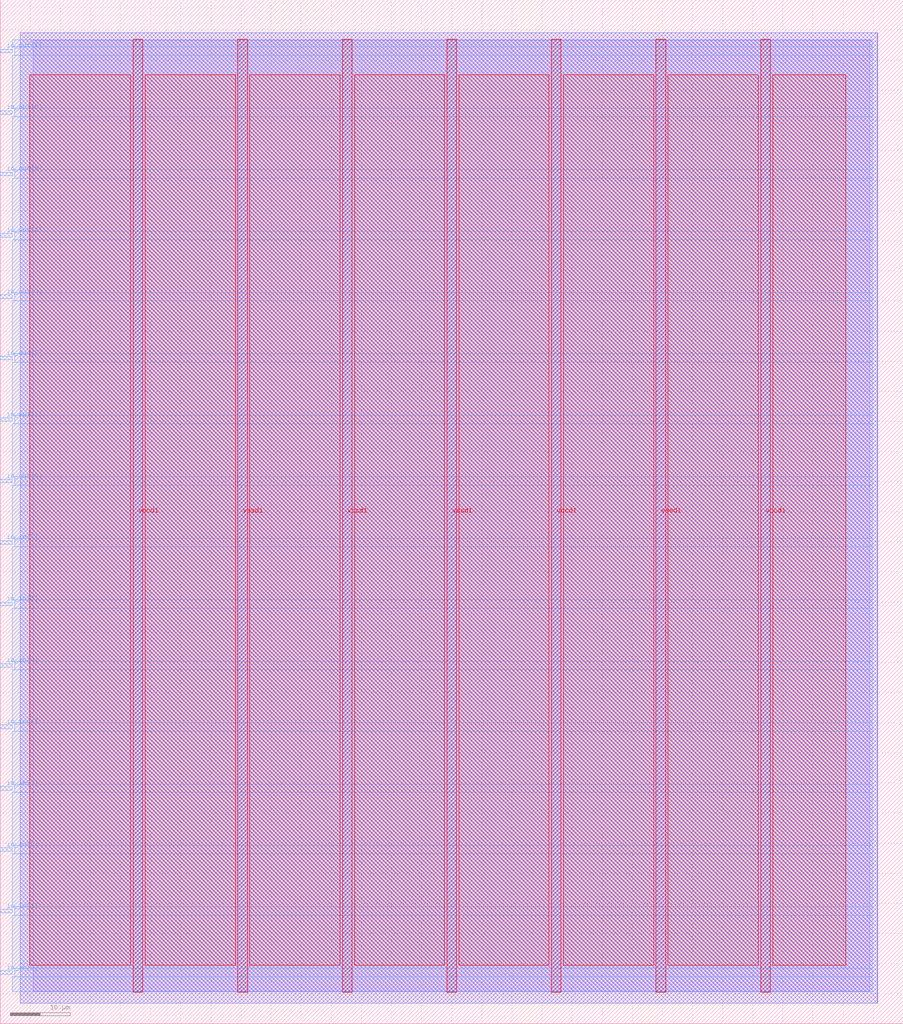
<source format=lef>
VERSION 5.7 ;
  NOWIREEXTENSIONATPIN ON ;
  DIVIDERCHAR "/" ;
  BUSBITCHARS "[]" ;
MACRO AidanMedcalf_pid_controller
  CLASS BLOCK ;
  FOREIGN AidanMedcalf_pid_controller ;
  ORIGIN 0.000 0.000 ;
  SIZE 150.000 BY 170.000 ;
  PIN io_in[0]
    DIRECTION INPUT ;
    USE SIGNAL ;
    PORT
      LAYER met3 ;
        RECT 0.000 8.200 2.000 8.800 ;
    END
  END io_in[0]
  PIN io_in[1]
    DIRECTION INPUT ;
    USE SIGNAL ;
    PORT
      LAYER met3 ;
        RECT 0.000 18.400 2.000 19.000 ;
    END
  END io_in[1]
  PIN io_in[2]
    DIRECTION INPUT ;
    USE SIGNAL ;
    PORT
      LAYER met3 ;
        RECT 0.000 28.600 2.000 29.200 ;
    END
  END io_in[2]
  PIN io_in[3]
    DIRECTION INPUT ;
    USE SIGNAL ;
    PORT
      LAYER met3 ;
        RECT 0.000 38.800 2.000 39.400 ;
    END
  END io_in[3]
  PIN io_in[4]
    DIRECTION INPUT ;
    USE SIGNAL ;
    PORT
      LAYER met3 ;
        RECT 0.000 49.000 2.000 49.600 ;
    END
  END io_in[4]
  PIN io_in[5]
    DIRECTION INPUT ;
    USE SIGNAL ;
    PORT
      LAYER met3 ;
        RECT 0.000 59.200 2.000 59.800 ;
    END
  END io_in[5]
  PIN io_in[6]
    DIRECTION INPUT ;
    USE SIGNAL ;
    PORT
      LAYER met3 ;
        RECT 0.000 69.400 2.000 70.000 ;
    END
  END io_in[6]
  PIN io_in[7]
    DIRECTION INPUT ;
    USE SIGNAL ;
    PORT
      LAYER met3 ;
        RECT 0.000 79.600 2.000 80.200 ;
    END
  END io_in[7]
  PIN io_out[0]
    DIRECTION OUTPUT TRISTATE ;
    USE SIGNAL ;
    PORT
      LAYER met3 ;
        RECT 0.000 89.800 2.000 90.400 ;
    END
  END io_out[0]
  PIN io_out[1]
    DIRECTION OUTPUT TRISTATE ;
    USE SIGNAL ;
    PORT
      LAYER met3 ;
        RECT 0.000 100.000 2.000 100.600 ;
    END
  END io_out[1]
  PIN io_out[2]
    DIRECTION OUTPUT TRISTATE ;
    USE SIGNAL ;
    PORT
      LAYER met3 ;
        RECT 0.000 110.200 2.000 110.800 ;
    END
  END io_out[2]
  PIN io_out[3]
    DIRECTION OUTPUT TRISTATE ;
    USE SIGNAL ;
    PORT
      LAYER met3 ;
        RECT 0.000 120.400 2.000 121.000 ;
    END
  END io_out[3]
  PIN io_out[4]
    DIRECTION OUTPUT TRISTATE ;
    USE SIGNAL ;
    PORT
      LAYER met3 ;
        RECT 0.000 130.600 2.000 131.200 ;
    END
  END io_out[4]
  PIN io_out[5]
    DIRECTION OUTPUT TRISTATE ;
    USE SIGNAL ;
    PORT
      LAYER met3 ;
        RECT 0.000 140.800 2.000 141.400 ;
    END
  END io_out[5]
  PIN io_out[6]
    DIRECTION OUTPUT TRISTATE ;
    USE SIGNAL ;
    PORT
      LAYER met3 ;
        RECT 0.000 151.000 2.000 151.600 ;
    END
  END io_out[6]
  PIN io_out[7]
    DIRECTION OUTPUT TRISTATE ;
    USE SIGNAL ;
    PORT
      LAYER met3 ;
        RECT 0.000 161.200 2.000 161.800 ;
    END
  END io_out[7]
  PIN vccd1
    DIRECTION INOUT ;
    USE POWER ;
    PORT
      LAYER met4 ;
        RECT 22.090 5.200 23.690 163.440 ;
    END
    PORT
      LAYER met4 ;
        RECT 56.830 5.200 58.430 163.440 ;
    END
    PORT
      LAYER met4 ;
        RECT 91.570 5.200 93.170 163.440 ;
    END
    PORT
      LAYER met4 ;
        RECT 126.310 5.200 127.910 163.440 ;
    END
  END vccd1
  PIN vssd1
    DIRECTION INOUT ;
    USE GROUND ;
    PORT
      LAYER met4 ;
        RECT 39.460 5.200 41.060 163.440 ;
    END
    PORT
      LAYER met4 ;
        RECT 74.200 5.200 75.800 163.440 ;
    END
    PORT
      LAYER met4 ;
        RECT 108.940 5.200 110.540 163.440 ;
    END
  END vssd1
  OBS
      LAYER li1 ;
        RECT 5.520 5.355 144.440 163.285 ;
      LAYER met1 ;
        RECT 3.290 3.440 145.750 164.520 ;
      LAYER met2 ;
        RECT 3.310 3.410 145.720 164.550 ;
      LAYER met3 ;
        RECT 2.000 162.200 144.835 163.365 ;
        RECT 2.400 160.800 144.835 162.200 ;
        RECT 2.000 152.000 144.835 160.800 ;
        RECT 2.400 150.600 144.835 152.000 ;
        RECT 2.000 141.800 144.835 150.600 ;
        RECT 2.400 140.400 144.835 141.800 ;
        RECT 2.000 131.600 144.835 140.400 ;
        RECT 2.400 130.200 144.835 131.600 ;
        RECT 2.000 121.400 144.835 130.200 ;
        RECT 2.400 120.000 144.835 121.400 ;
        RECT 2.000 111.200 144.835 120.000 ;
        RECT 2.400 109.800 144.835 111.200 ;
        RECT 2.000 101.000 144.835 109.800 ;
        RECT 2.400 99.600 144.835 101.000 ;
        RECT 2.000 90.800 144.835 99.600 ;
        RECT 2.400 89.400 144.835 90.800 ;
        RECT 2.000 80.600 144.835 89.400 ;
        RECT 2.400 79.200 144.835 80.600 ;
        RECT 2.000 70.400 144.835 79.200 ;
        RECT 2.400 69.000 144.835 70.400 ;
        RECT 2.000 60.200 144.835 69.000 ;
        RECT 2.400 58.800 144.835 60.200 ;
        RECT 2.000 50.000 144.835 58.800 ;
        RECT 2.400 48.600 144.835 50.000 ;
        RECT 2.000 39.800 144.835 48.600 ;
        RECT 2.400 38.400 144.835 39.800 ;
        RECT 2.000 29.600 144.835 38.400 ;
        RECT 2.400 28.200 144.835 29.600 ;
        RECT 2.000 19.400 144.835 28.200 ;
        RECT 2.400 18.000 144.835 19.400 ;
        RECT 2.000 9.200 144.835 18.000 ;
        RECT 2.400 7.800 144.835 9.200 ;
        RECT 2.000 5.275 144.835 7.800 ;
      LAYER met4 ;
        RECT 4.895 9.695 21.690 157.585 ;
        RECT 24.090 9.695 39.060 157.585 ;
        RECT 41.460 9.695 56.430 157.585 ;
        RECT 58.830 9.695 73.800 157.585 ;
        RECT 76.200 9.695 91.170 157.585 ;
        RECT 93.570 9.695 108.540 157.585 ;
        RECT 110.940 9.695 125.910 157.585 ;
        RECT 128.310 9.695 140.465 157.585 ;
  END
END AidanMedcalf_pid_controller
END LIBRARY


</source>
